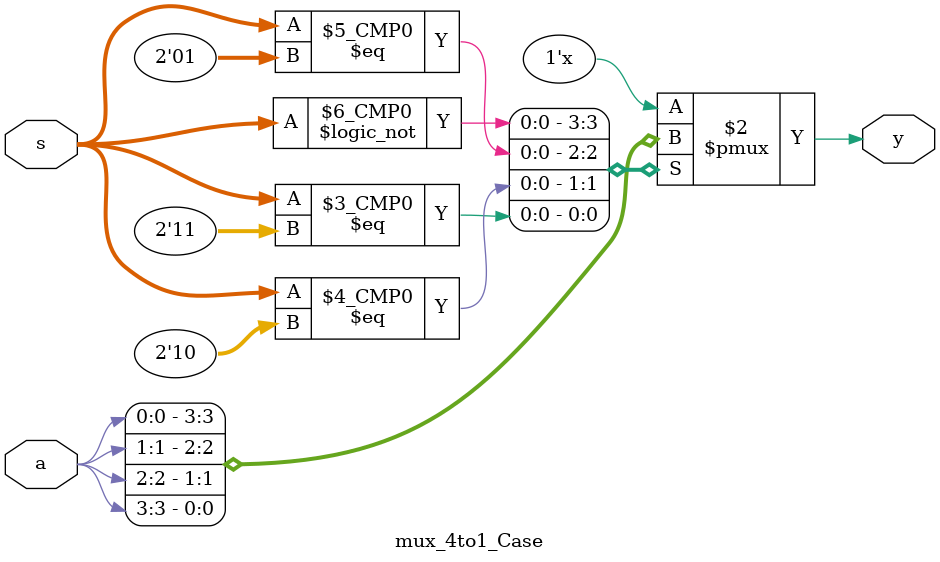
<source format=v>
module mux_4to1_Case (a, s, y);
    input [3: 0] a;
    input [1: 0] s;
    output reg y;

    always @(s or a) begin
        case (s)
            0: y = a[0];
            1: y = a[1];
            2: y = a[2];
            3: y = a[3];
            default: y = 1'b0;
        endcase        
    end
endmodule

</source>
